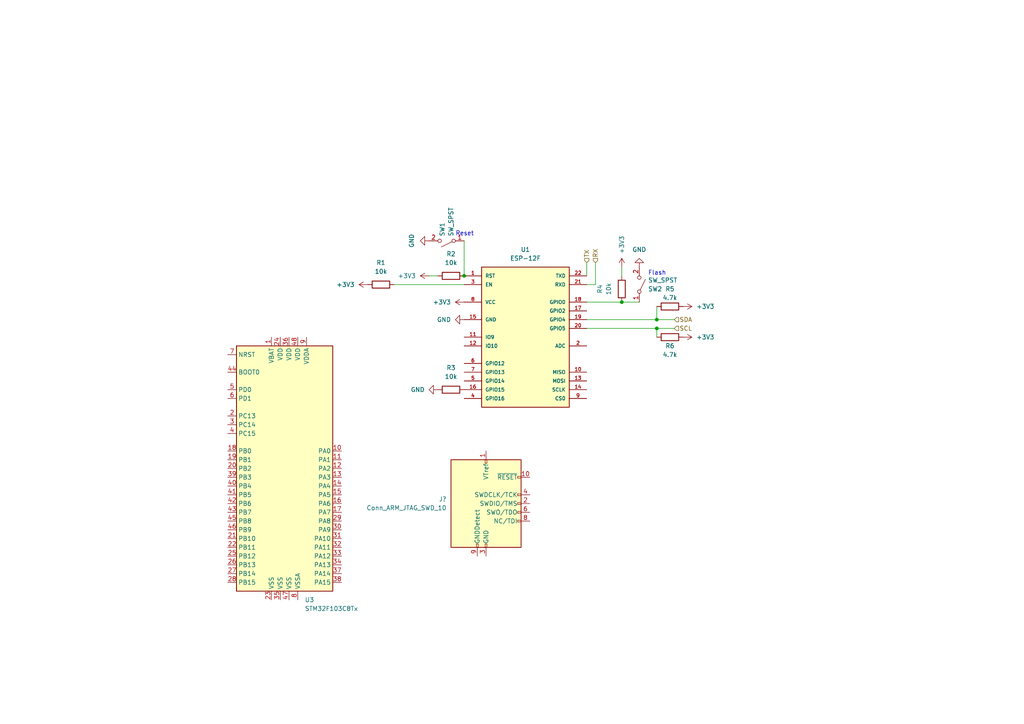
<source format=kicad_sch>
(kicad_sch (version 20211123) (generator eeschema)
  (paper "A4")
  (lib_symbols
    (symbol "Connector:Conn_ARM_JTAG_SWD_10" (pin_names (offset 1.016))
      (property "Reference" "J" (at -2.54 16.51 0))
      (property "Value" "Conn_ARM_JTAG_SWD_10" (at -2.54 13.97 0))
      (symbol "Conn_ARM_JTAG_SWD_10_0_1"
        (rectangle (start -10.16 12.7) (end 10.16 -12.7) (stroke (width 0.254)) (fill (type background)))
        (rectangle (start -2.794 -12.7) (end -2.286 -11.684))
        (rectangle (start -0.254 -12.7) (end 0.254 -11.684))
        (rectangle (start -0.254 12.7) (end 0.254 11.684))
        (rectangle (start 9.144 2.286) (end 10.16 2.794))
        (rectangle (start 10.16 -2.794) (end 9.144 -2.286))
        (rectangle (start 10.16 -0.254) (end 9.144 0.254))
        (rectangle (start 10.16 7.874) (end 9.144 7.366))
      )
      (symbol "Conn_ARM_JTAG_SWD_10_1_1"
        (rectangle (start 9.144 -5.334) (end 10.16 -4.826))
        (pin power_in line (at 0 15.24 270) (length 2.54) (name "VTref") (number "1"))
        (pin open_collector line (at 12.7 7.62 180) (length 2.54) (name "~{RESET}") (number "10"))
        (pin bidirectional line (at 12.7 0 180) (length 2.54) (name "SWDIO/TMS") (number "2"))
        (pin power_in line (at 0 -15.24 90) (length 2.54) (name "GND") (number "3"))
        (pin output line (at 12.7 2.54 180) (length 2.54) (name "SWDCLK/TCK") (number "4"))
        (pin passive line (at 0 -15.24 90) (length 2.54) hide (name "GND") (number "5"))
        (pin input line (at 12.7 -2.54 180) (length 2.54) (name "SWO/TDO") (number "6"))
        (pin no_connect line (at -10.16 0 0) (length 2.54) hide (name "KEY") (number "7"))
        (pin output line (at 12.7 -5.08 180) (length 2.54) (name "NC/TDI") (number "8"))
        (pin passive line (at -2.54 -15.24 90) (length 2.54) (name "GNDDetect") (number "9"))
      )
    )
    (symbol "Device:R" (pin_numbers hide) (pin_names (offset 0))
      (property "Reference" "R" (at 2.032 0 90))
      (property "Value" "R" (at 0 0 90))
      (symbol "R_0_1"
        (rectangle (start -1.016 -2.54) (end 1.016 2.54) (stroke (width 0.254)))
      )
      (symbol "R_1_1"
        (pin passive line (at 0 3.81 270) (length 1.27) (name "~") (number "1"))
        (pin passive line (at 0 -3.81 90) (length 1.27) (name "~") (number "2"))
      )
    )
    (symbol "ESP-12F:ESP-12F" (pin_names (offset 1.016))
      (property "Reference" "U" (at -12.7254 22.9108 0))
      (property "Value" "ESP-12F" (at -12.7254 -22.9108 0))
      (symbol "ESP-12F_0_0"
        (rectangle (start -12.7 -20.32) (end 12.7 20.32) (stroke (width 0.254)) (fill (type background)))
        (pin bidirectional line (at -17.78 17.78 0) (length 5.08) (name "RST") (number "1"))
        (pin bidirectional line (at 17.78 -10.16 180) (length 5.08) (name "MISO") (number "10"))
        (pin bidirectional line (at -17.78 0 0) (length 5.08) (name "IO9") (number "11"))
        (pin bidirectional line (at -17.78 -2.54 0) (length 5.08) (name "IO10") (number "12"))
        (pin bidirectional line (at 17.78 -12.7 180) (length 5.08) (name "MOSI") (number "13"))
        (pin bidirectional line (at 17.78 -15.24 180) (length 5.08) (name "SCLK") (number "14"))
        (pin bidirectional line (at -17.78 5.08 0) (length 5.08) (name "GND") (number "15"))
        (pin bidirectional line (at -17.78 -15.24 0) (length 5.08) (name "GPIO15") (number "16"))
        (pin bidirectional line (at 17.78 7.62 180) (length 5.08) (name "GPIO2") (number "17"))
        (pin bidirectional line (at 17.78 10.16 180) (length 5.08) (name "GPIO0") (number "18"))
        (pin bidirectional line (at 17.78 5.08 180) (length 5.08) (name "GPIO4") (number "19"))
        (pin bidirectional line (at 17.78 -2.54 180) (length 5.08) (name "ADC") (number "2"))
        (pin bidirectional line (at 17.78 2.54 180) (length 5.08) (name "GPIO5") (number "20"))
        (pin bidirectional line (at 17.78 15.24 180) (length 5.08) (name "RXD") (number "21"))
        (pin bidirectional line (at 17.78 17.78 180) (length 5.08) (name "TXD") (number "22"))
        (pin bidirectional line (at -17.78 15.24 0) (length 5.08) (name "EN") (number "3"))
        (pin bidirectional line (at -17.78 -17.78 0) (length 5.08) (name "GPIO16") (number "4"))
        (pin bidirectional line (at -17.78 -12.7 0) (length 5.08) (name "GPIO14") (number "5"))
        (pin bidirectional line (at -17.78 -7.62 0) (length 5.08) (name "GPIO12") (number "6"))
        (pin bidirectional line (at -17.78 -10.16 0) (length 5.08) (name "GPIO13") (number "7"))
        (pin bidirectional line (at -17.78 10.16 0) (length 5.08) (name "VCC") (number "8"))
        (pin bidirectional line (at 17.78 -17.78 180) (length 5.08) (name "CS0") (number "9"))
      )
    )
    (symbol "MCU_ST_STM32F1:STM32F103C8Tx"
      (property "Reference" "U" (at -15.24 36.83 0))
      (property "Value" "STM32F103C8Tx" (at 7.62 36.83 0))
      (symbol "STM32F103C8Tx_0_1"
        (rectangle (start -15.24 -35.56) (end 12.7 35.56) (stroke (width 0.254)) (fill (type background)))
      )
      (symbol "STM32F103C8Tx_1_1"
        (pin power_in line (at -5.08 38.1 270) (length 2.54) (name "VBAT") (number "1"))
        (pin bidirectional line (at 15.24 5.08 180) (length 2.54) (name "PA0") (number "10"))
        (pin bidirectional line (at 15.24 2.54 180) (length 2.54) (name "PA1") (number "11"))
        (pin bidirectional line (at 15.24 0 180) (length 2.54) (name "PA2") (number "12"))
        (pin bidirectional line (at 15.24 -2.54 180) (length 2.54) (name "PA3") (number "13"))
        (pin bidirectional line (at 15.24 -5.08 180) (length 2.54) (name "PA4") (number "14"))
        (pin bidirectional line (at 15.24 -7.62 180) (length 2.54) (name "PA5") (number "15"))
        (pin bidirectional line (at 15.24 -10.16 180) (length 2.54) (name "PA6") (number "16"))
        (pin bidirectional line (at 15.24 -12.7 180) (length 2.54) (name "PA7") (number "17"))
        (pin bidirectional line (at -17.78 5.08 0) (length 2.54) (name "PB0") (number "18"))
        (pin bidirectional line (at -17.78 2.54 0) (length 2.54) (name "PB1") (number "19"))
        (pin bidirectional line (at -17.78 15.24 0) (length 2.54) (name "PC13") (number "2"))
        (pin bidirectional line (at -17.78 0 0) (length 2.54) (name "PB2") (number "20"))
        (pin bidirectional line (at -17.78 -20.32 0) (length 2.54) (name "PB10") (number "21"))
        (pin bidirectional line (at -17.78 -22.86 0) (length 2.54) (name "PB11") (number "22"))
        (pin power_in line (at -5.08 -38.1 90) (length 2.54) (name "VSS") (number "23"))
        (pin power_in line (at -2.54 38.1 270) (length 2.54) (name "VDD") (number "24"))
        (pin bidirectional line (at -17.78 -25.4 0) (length 2.54) (name "PB12") (number "25"))
        (pin bidirectional line (at -17.78 -27.94 0) (length 2.54) (name "PB13") (number "26"))
        (pin bidirectional line (at -17.78 -30.48 0) (length 2.54) (name "PB14") (number "27"))
        (pin bidirectional line (at -17.78 -33.02 0) (length 2.54) (name "PB15") (number "28"))
        (pin bidirectional line (at 15.24 -15.24 180) (length 2.54) (name "PA8") (number "29"))
        (pin bidirectional line (at -17.78 12.7 0) (length 2.54) (name "PC14") (number "3"))
        (pin bidirectional line (at 15.24 -17.78 180) (length 2.54) (name "PA9") (number "30"))
        (pin bidirectional line (at 15.24 -20.32 180) (length 2.54) (name "PA10") (number "31"))
        (pin bidirectional line (at 15.24 -22.86 180) (length 2.54) (name "PA11") (number "32"))
        (pin bidirectional line (at 15.24 -25.4 180) (length 2.54) (name "PA12") (number "33"))
        (pin bidirectional line (at 15.24 -27.94 180) (length 2.54) (name "PA13") (number "34"))
        (pin power_in line (at -2.54 -38.1 90) (length 2.54) (name "VSS") (number "35"))
        (pin power_in line (at 0 38.1 270) (length 2.54) (name "VDD") (number "36"))
        (pin bidirectional line (at 15.24 -30.48 180) (length 2.54) (name "PA14") (number "37"))
        (pin bidirectional line (at 15.24 -33.02 180) (length 2.54) (name "PA15") (number "38"))
        (pin bidirectional line (at -17.78 -2.54 0) (length 2.54) (name "PB3") (number "39"))
        (pin bidirectional line (at -17.78 10.16 0) (length 2.54) (name "PC15") (number "4"))
        (pin bidirectional line (at -17.78 -5.08 0) (length 2.54) (name "PB4") (number "40"))
        (pin bidirectional line (at -17.78 -7.62 0) (length 2.54) (name "PB5") (number "41"))
        (pin bidirectional line (at -17.78 -10.16 0) (length 2.54) (name "PB6") (number "42"))
        (pin bidirectional line (at -17.78 -12.7 0) (length 2.54) (name "PB7") (number "43"))
        (pin input line (at -17.78 27.94 0) (length 2.54) (name "BOOT0") (number "44"))
        (pin bidirectional line (at -17.78 -15.24 0) (length 2.54) (name "PB8") (number "45"))
        (pin bidirectional line (at -17.78 -17.78 0) (length 2.54) (name "PB9") (number "46"))
        (pin power_in line (at 0 -38.1 90) (length 2.54) (name "VSS") (number "47"))
        (pin power_in line (at 2.54 38.1 270) (length 2.54) (name "VDD") (number "48"))
        (pin input line (at -17.78 22.86 0) (length 2.54) (name "PD0") (number "5"))
        (pin input line (at -17.78 20.32 0) (length 2.54) (name "PD1") (number "6"))
        (pin input line (at -17.78 33.02 0) (length 2.54) (name "NRST") (number "7"))
        (pin power_in line (at 2.54 -38.1 90) (length 2.54) (name "VSSA") (number "8"))
        (pin power_in line (at 5.08 38.1 270) (length 2.54) (name "VDDA") (number "9"))
      )
    )
    (symbol "Switch:SW_SPST" (pin_names (offset 0) hide)
      (property "Reference" "SW" (at 0 3.175 0))
      (property "Value" "SW_SPST" (at 0 -2.54 0))
      (symbol "SW_SPST_0_0"
        (circle (center -2.032 0) (radius 0.508))
        (polyline (pts (xy -1.524 0.254) (xy 1.524 1.778)))
        (circle (center 2.032 0) (radius 0.508))
      )
      (symbol "SW_SPST_1_1"
        (pin passive line (at -5.08 0 0) (length 2.54) (name "A") (number "1"))
        (pin passive line (at 5.08 0 180) (length 2.54) (name "B") (number "2"))
      )
    )
    (symbol "power:+3V3" (power) (pin_names (offset 0))
      (property "Value" "+3V3" (at 0 3.556 0))
      (symbol "+3V3_0_1"
        (polyline (pts (xy -0.762 1.27) (xy 0 2.54)))
        (polyline (pts (xy 0 0) (xy 0 2.54)))
        (polyline (pts (xy 0 2.54) (xy 0.762 1.27)))
      )
      (symbol "+3V3_1_1"
        (pin power_in line (at 0 0 90) (length 0) hide (name "+3V3") (number "1"))
      )
    )
    (symbol "power:GND" (power) (pin_names (offset 0))
      (property "Value" "GND" (at 0 -3.81 0))
      (symbol "GND_0_1"
        (polyline (pts (xy 0 0) (xy 0 -1.27) (xy 1.27 -1.27) (xy 0 -2.54) (xy -1.27 -1.27) (xy 0 -1.27)))
      )
      (symbol "GND_1_1"
        (pin power_in line (at 0 0 270) (length 0) hide (name "GND") (number "1"))
      )
    )
  )
  (junction (at 180.34 87.63))
  (junction (at 134.62 80.01))
  (junction (at 190.5 95.25))
  (junction (at 190.5 92.71))
  (wire (pts (xy 190.5 88.9) (xy 190.5 92.71)))
  (wire (pts (xy 190.5 95.25) (xy 190.5 97.79)))
  (wire (pts (xy 114.3 82.55) (xy 134.62 82.55)))
  (wire (pts (xy 170.18 82.55) (xy 172.72 82.55)))
  (wire (pts (xy 124.46 80.01) (xy 127 80.01)))
  (wire (pts (xy 170.18 76.2) (xy 170.18 80.01)))
  (wire (pts (xy 180.34 77.47) (xy 180.34 80.01)))
  (wire (pts (xy 172.72 82.55) (xy 172.72 76.2)))
  (wire (pts (xy 190.5 95.25) (xy 195.58 95.25)))
  (wire (pts (xy 180.34 87.63) (xy 185.42 87.63)))
  (wire (pts (xy 170.18 87.63) (xy 180.34 87.63)))
  (wire (pts (xy 134.62 69.85) (xy 134.62 80.01)))
  (wire (pts (xy 190.5 92.71) (xy 195.58 92.71)))
  (wire (pts (xy 170.18 92.71) (xy 190.5 92.71)))
  (wire (pts (xy 170.18 95.25) (xy 190.5 95.25)))
  (text "Reset" (at 132.08 68.58 0) (effects (font (size 1.27 1.27)) (justify left bottom)))
  (text "Flash" (at 187.96 80.01 0) (effects (font (size 1.27 1.27)) (justify left bottom)))
  (hierarchical_label "TX" (shape input) (at 170.18 76.2 90))
  (hierarchical_label "SCL" (shape input) (at 195.58 95.25 0))
  (hierarchical_label "SDA" (shape input) (at 195.58 92.71 0))
  (hierarchical_label "RX" (shape input) (at 172.72 76.2 90))
  (symbol (lib_id "MCU_ST_STM32F1:STM32F103C8Tx") (at 83.82 135.89 0) (unit 1)
    (property "Reference" "U3" (at 88.3794 173.99 0) (effects (justify left)))
    (property "Value" "STM32F103C8Tx" (at 88.3794 176.53 0) (effects (justify left)))
    (property "Footprint" "Package_QFP:LQFP-48_7x7mm_P0.5mm" (effects hide))
    (property "Datasheet" "http://www.st.com/st-web-ui/static/active/en/resource/technical/document/datasheet/CD00161566.pdf" (effects hide))
  )
  (symbol (lib_id "power:GND") (at 134.62 92.71 270) (unit 1)
    (property "Reference" "#PWR0107" (effects hide))
    (property "Value" "GND" (at 130.81 92.7099 90) (effects (justify right)))
  )
  (symbol (lib_id "power:+3V3") (at 198.12 97.79 270) (unit 1)
    (property "Reference" "#PWR0109" (effects hide))
    (property "Value" "+3V3" (at 201.93 97.7899 90) (effects (justify left)))
  )
  (symbol (lib_id "Device:R") (at 130.81 113.03 270) (unit 1)
    (property "Reference" "R3" (at 130.81 106.68 90))
    (property "Value" "10k" (at 130.81 109.22 90))
    (property "Footprint" "Resistor_SMD:R_0805_2012Metric" (effects hide))
  )
  (symbol (lib_id "power:GND") (at 127 113.03 270) (unit 1)
    (property "Reference" "#PWR0108" (effects hide))
    (property "Value" "GND" (at 123.19 113.0299 90) (effects (justify right)))
  )
  (symbol (lib_id "power:+3V3") (at 180.34 77.47 0) (unit 1)
    (property "Reference" "#PWR0102" (effects hide))
    (property "Value" "+3V3" (at 180.3399 73.66 90) (effects (justify left)))
  )
  (symbol (lib_id "Device:R") (at 110.49 82.55 270) (unit 1)
    (property "Reference" "R1" (at 110.49 76.2 90))
    (property "Value" "10k" (at 110.49 78.74 90))
    (property "Footprint" "Resistor_SMD:R_0805_2012Metric" (effects hide))
  )
  (symbol (lib_id "power:+3V3") (at 106.68 82.55 90) (unit 1)
    (property "Reference" "#PWR0104" (effects hide))
    (property "Value" "+3V3" (at 102.87 82.5499 90) (effects (justify left)))
  )
  (symbol (lib_id "Device:R") (at 180.34 83.82 0) (unit 1)
    (property "Reference" "R4" (at 173.99 83.82 90))
    (property "Value" "10k" (at 176.53 83.82 90))
    (property "Footprint" "Resistor_SMD:R_0805_2012Metric" (effects hide))
  )
  (symbol (lib_id "Device:R") (at 194.31 88.9 270) (unit 1)
    (property "Reference" "R5" (at 194.31 83.82 90))
    (property "Value" "4.7k" (at 194.31 86.36 90))
    (property "Footprint" "Resistor_SMD:R_0805_2012Metric" (effects hide))
  )
  (symbol (lib_id "Connector:Conn_ARM_JTAG_SWD_10") (at 140.97 146.05 0) (unit 1)
    (property "Reference" "J?" (at 129.54 144.7799 0) (effects (justify right)))
    (property "Value" "Conn_ARM_JTAG_SWD_10" (at 129.54 147.3199 0) (effects (justify right)))
    (property "Footprint" "Connector_PinHeader_1.27mm:PinHeader_2x05_P1.27mm_Vertical_SMD" (effects hide))
    (property "Datasheet" "http://infocenter.arm.com/help/topic/com.arm.doc.ddi0314h/DDI0314H_coresight_components_trm.pdf" (effects hide))
  )
  (symbol (lib_id "Device:R") (at 130.81 80.01 90) (unit 1)
    (property "Reference" "R2" (at 130.81 73.66 90))
    (property "Value" "10k" (at 130.81 76.2 90))
    (property "Footprint" "Resistor_SMD:R_0805_2012Metric" (effects hide))
  )
  (symbol (lib_id "Switch:SW_SPST") (at 129.54 69.85 180) (unit 1)
    (property "Reference" "SW1" (at 128.2699 68.58 90) (effects (justify right)))
    (property "Value" "SW_SPST" (at 130.8099 68.58 90) (effects (justify right)))
    (property "Footprint" "TL3301AF260QG Pushbutton:TL3301AF260QG" (effects hide))
  )
  (symbol (lib_id "power:GND") (at 124.46 69.85 270) (mirror x) (unit 1)
    (property "Reference" "#PWR0103" (effects hide))
    (property "Value" "GND" (at 119.38 69.85 0))
  )
  (symbol (lib_id "power:GND") (at 185.42 77.47 0) (mirror x) (unit 1)
    (property "Reference" "#PWR0101" (effects hide))
    (property "Value" "GND" (at 185.42 72.39 0))
  )
  (symbol (lib_id "power:+3V3") (at 124.46 80.01 90) (unit 1)
    (property "Reference" "#PWR0105" (effects hide))
    (property "Value" "+3V3" (at 120.65 80.0099 90) (effects (justify left)))
  )
  (symbol (lib_id "power:+3V3") (at 198.12 88.9 270) (unit 1)
    (property "Reference" "#PWR0110" (effects hide))
    (property "Value" "+3V3" (at 201.93 88.8999 90) (effects (justify left)))
  )
  (symbol (lib_id "power:+3V3") (at 134.62 87.63 90) (unit 1)
    (property "Reference" "#PWR0106" (effects hide))
    (property "Value" "+3V3" (at 130.81 87.6299 90) (effects (justify left)))
  )
  (symbol (lib_id "Switch:SW_SPST") (at 185.42 82.55 270) (mirror x) (unit 1)
    (property "Reference" "SW2" (at 187.96 83.8201 90) (effects (justify left)))
    (property "Value" "SW_SPST" (at 187.96 81.2801 90) (effects (justify left)))
    (property "Footprint" "TL3301AF260QG Pushbutton:TL3301AF260QG" (effects hide))
  )
  (symbol (lib_id "Device:R") (at 194.31 97.79 270) (unit 1)
    (property "Reference" "R6" (at 194.31 100.33 90))
    (property "Value" "4.7k" (at 194.31 102.87 90))
    (property "Footprint" "Resistor_SMD:R_0805_2012Metric" (effects hide))
  )
  (symbol (lib_id "ESP-12F:ESP-12F") (at 152.4 97.79 0) (unit 1)
    (property "Reference" "U1" (at 152.4 72.39 0))
    (property "Value" "ESP-12F" (at 152.4 74.93 0))
    (property "Footprint" "Libraries:ESP-12F" (effects hide))
  )
)
</source>
